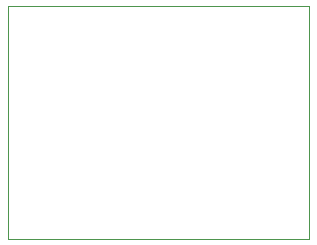
<source format=gm1>
G04 #@! TF.GenerationSoftware,KiCad,Pcbnew,(6.0.11)*
G04 #@! TF.CreationDate,2023-03-09T13:47:02+01:00*
G04 #@! TF.ProjectId,PCB_Dongle_Linky,5043425f-446f-46e6-976c-655f4c696e6b,rev?*
G04 #@! TF.SameCoordinates,Original*
G04 #@! TF.FileFunction,Profile,NP*
%FSLAX46Y46*%
G04 Gerber Fmt 4.6, Leading zero omitted, Abs format (unit mm)*
G04 Created by KiCad (PCBNEW (6.0.11)) date 2023-03-09 13:47:02*
%MOMM*%
%LPD*%
G01*
G04 APERTURE LIST*
G04 #@! TA.AperFunction,Profile*
%ADD10C,0.100000*%
G04 #@! TD*
G04 APERTURE END LIST*
D10*
X19900000Y-80900000D02*
X45350000Y-80900000D01*
X45350000Y-80900000D02*
X45350000Y-100600000D01*
X45350000Y-100600000D02*
X19900000Y-100600000D01*
X19900000Y-100600000D02*
X19900000Y-80900000D01*
M02*

</source>
